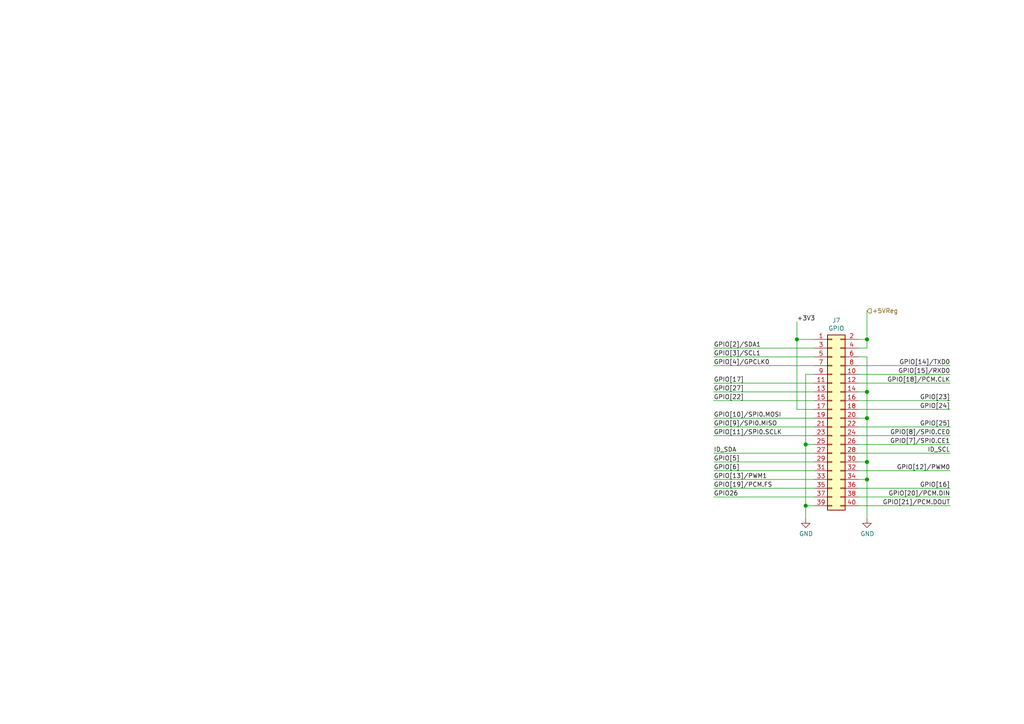
<source format=kicad_sch>
(kicad_sch (version 20230121) (generator eeschema)
  (paper "A4")
  (title_block (rev "V2") (company "University of Cape Town") (comment 1 "Author: Sarah Tallack"))
  (lib_symbols
    (symbol "Connector_Generic:Conn_02x20_Odd_Even" (pin_names (offset 1.016) hide)
      (property "Reference" "J" (at 1.27 25.4 0))
      (property "Value" "Conn_02x20_Odd_Even" (at 1.27 -27.94 0))
      (symbol "Conn_02x20_Odd_Even_1_1"
        (rectangle (start -1.27 -25.273) (end 0 -25.527) (stroke (width 0.1524)))
        (rectangle (start -1.27 -22.733) (end 0 -22.987) (stroke (width 0.1524)))
        (rectangle (start -1.27 -20.193) (end 0 -20.447) (stroke (width 0.1524)))
        (rectangle (start -1.27 -17.653) (end 0 -17.907) (stroke (width 0.1524)))
        (rectangle (start -1.27 -15.113) (end 0 -15.367) (stroke (width 0.1524)))
        (rectangle (start -1.27 -12.573) (end 0 -12.827) (stroke (width 0.1524)))
        (rectangle (start -1.27 -10.033) (end 0 -10.287) (stroke (width 0.1524)))
        (rectangle (start -1.27 -7.493) (end 0 -7.747) (stroke (width 0.1524)))
        (rectangle (start -1.27 -4.953) (end 0 -5.207) (stroke (width 0.1524)))
        (rectangle (start -1.27 -2.413) (end 0 -2.667) (stroke (width 0.1524)))
        (rectangle (start -1.27 0.127) (end 0 -0.127) (stroke (width 0.1524)))
        (rectangle (start -1.27 2.667) (end 0 2.413) (stroke (width 0.1524)))
        (rectangle (start -1.27 5.207) (end 0 4.953) (stroke (width 0.1524)))
        (rectangle (start -1.27 7.747) (end 0 7.493) (stroke (width 0.1524)))
        (rectangle (start -1.27 10.287) (end 0 10.033) (stroke (width 0.1524)))
        (rectangle (start -1.27 12.827) (end 0 12.573) (stroke (width 0.1524)))
        (rectangle (start -1.27 15.367) (end 0 15.113) (stroke (width 0.1524)))
        (rectangle (start -1.27 17.907) (end 0 17.653) (stroke (width 0.1524)))
        (rectangle (start -1.27 20.447) (end 0 20.193) (stroke (width 0.1524)))
        (rectangle (start -1.27 22.987) (end 0 22.733) (stroke (width 0.1524)))
        (rectangle (start -1.27 24.13) (end 3.81 -26.67) (stroke (width 0.254)) (fill (type background)))
        (rectangle (start 3.81 -25.273) (end 2.54 -25.527) (stroke (width 0.1524)))
        (rectangle (start 3.81 -22.733) (end 2.54 -22.987) (stroke (width 0.1524)))
        (rectangle (start 3.81 -20.193) (end 2.54 -20.447) (stroke (width 0.1524)))
        (rectangle (start 3.81 -17.653) (end 2.54 -17.907) (stroke (width 0.1524)))
        (rectangle (start 3.81 -15.113) (end 2.54 -15.367) (stroke (width 0.1524)))
        (rectangle (start 3.81 -12.573) (end 2.54 -12.827) (stroke (width 0.1524)))
        (rectangle (start 3.81 -10.033) (end 2.54 -10.287) (stroke (width 0.1524)))
        (rectangle (start 3.81 -7.493) (end 2.54 -7.747) (stroke (width 0.1524)))
        (rectangle (start 3.81 -4.953) (end 2.54 -5.207) (stroke (width 0.1524)))
        (rectangle (start 3.81 -2.413) (end 2.54 -2.667) (stroke (width 0.1524)))
        (rectangle (start 3.81 0.127) (end 2.54 -0.127) (stroke (width 0.1524)))
        (rectangle (start 3.81 2.667) (end 2.54 2.413) (stroke (width 0.1524)))
        (rectangle (start 3.81 5.207) (end 2.54 4.953) (stroke (width 0.1524)))
        (rectangle (start 3.81 7.747) (end 2.54 7.493) (stroke (width 0.1524)))
        (rectangle (start 3.81 10.287) (end 2.54 10.033) (stroke (width 0.1524)))
        (rectangle (start 3.81 12.827) (end 2.54 12.573) (stroke (width 0.1524)))
        (rectangle (start 3.81 15.367) (end 2.54 15.113) (stroke (width 0.1524)))
        (rectangle (start 3.81 17.907) (end 2.54 17.653) (stroke (width 0.1524)))
        (rectangle (start 3.81 20.447) (end 2.54 20.193) (stroke (width 0.1524)))
        (rectangle (start 3.81 22.987) (end 2.54 22.733) (stroke (width 0.1524)))
        (pin passive line (at -5.08 22.86 0) (length 3.81) (name "Pin_1") (number "1"))
        (pin passive line (at 7.62 12.7 180) (length 3.81) (name "Pin_10") (number "10"))
        (pin passive line (at -5.08 10.16 0) (length 3.81) (name "Pin_11") (number "11"))
        (pin passive line (at 7.62 10.16 180) (length 3.81) (name "Pin_12") (number "12"))
        (pin passive line (at -5.08 7.62 0) (length 3.81) (name "Pin_13") (number "13"))
        (pin passive line (at 7.62 7.62 180) (length 3.81) (name "Pin_14") (number "14"))
        (pin passive line (at -5.08 5.08 0) (length 3.81) (name "Pin_15") (number "15"))
        (pin passive line (at 7.62 5.08 180) (length 3.81) (name "Pin_16") (number "16"))
        (pin passive line (at -5.08 2.54 0) (length 3.81) (name "Pin_17") (number "17"))
        (pin passive line (at 7.62 2.54 180) (length 3.81) (name "Pin_18") (number "18"))
        (pin passive line (at -5.08 0 0) (length 3.81) (name "Pin_19") (number "19"))
        (pin passive line (at 7.62 22.86 180) (length 3.81) (name "Pin_2") (number "2"))
        (pin passive line (at 7.62 0 180) (length 3.81) (name "Pin_20") (number "20"))
        (pin passive line (at -5.08 -2.54 0) (length 3.81) (name "Pin_21") (number "21"))
        (pin passive line (at 7.62 -2.54 180) (length 3.81) (name "Pin_22") (number "22"))
        (pin passive line (at -5.08 -5.08 0) (length 3.81) (name "Pin_23") (number "23"))
        (pin passive line (at 7.62 -5.08 180) (length 3.81) (name "Pin_24") (number "24"))
        (pin passive line (at -5.08 -7.62 0) (length 3.81) (name "Pin_25") (number "25"))
        (pin passive line (at 7.62 -7.62 180) (length 3.81) (name "Pin_26") (number "26"))
        (pin passive line (at -5.08 -10.16 0) (length 3.81) (name "Pin_27") (number "27"))
        (pin passive line (at 7.62 -10.16 180) (length 3.81) (name "Pin_28") (number "28"))
        (pin passive line (at -5.08 -12.7 0) (length 3.81) (name "Pin_29") (number "29"))
        (pin passive line (at -5.08 20.32 0) (length 3.81) (name "Pin_3") (number "3"))
        (pin passive line (at 7.62 -12.7 180) (length 3.81) (name "Pin_30") (number "30"))
        (pin passive line (at -5.08 -15.24 0) (length 3.81) (name "Pin_31") (number "31"))
        (pin passive line (at 7.62 -15.24 180) (length 3.81) (name "Pin_32") (number "32"))
        (pin passive line (at -5.08 -17.78 0) (length 3.81) (name "Pin_33") (number "33"))
        (pin passive line (at 7.62 -17.78 180) (length 3.81) (name "Pin_34") (number "34"))
        (pin passive line (at -5.08 -20.32 0) (length 3.81) (name "Pin_35") (number "35"))
        (pin passive line (at 7.62 -20.32 180) (length 3.81) (name "Pin_36") (number "36"))
        (pin passive line (at -5.08 -22.86 0) (length 3.81) (name "Pin_37") (number "37"))
        (pin passive line (at 7.62 -22.86 180) (length 3.81) (name "Pin_38") (number "38"))
        (pin passive line (at -5.08 -25.4 0) (length 3.81) (name "Pin_39") (number "39"))
        (pin passive line (at 7.62 20.32 180) (length 3.81) (name "Pin_4") (number "4"))
        (pin passive line (at 7.62 -25.4 180) (length 3.81) (name "Pin_40") (number "40"))
        (pin passive line (at -5.08 17.78 0) (length 3.81) (name "Pin_5") (number "5"))
        (pin passive line (at 7.62 17.78 180) (length 3.81) (name "Pin_6") (number "6"))
        (pin passive line (at -5.08 15.24 0) (length 3.81) (name "Pin_7") (number "7"))
        (pin passive line (at 7.62 15.24 180) (length 3.81) (name "Pin_8") (number "8"))
        (pin passive line (at -5.08 12.7 0) (length 3.81) (name "Pin_9") (number "9"))
      )
    )
    (symbol "power:GND" (power) (pin_names (offset 0))
      (property "Value" "GND" (at 0 -3.81 0))
      (symbol "GND_0_1"
        (polyline (pts (xy 0 0) (xy 0 -1.27) (xy 1.27 -1.27) (xy 0 -2.54) (xy -1.27 -1.27) (xy 0 -1.27)))
      )
      (symbol "GND_1_1"
        (pin power_in line (at 0 0 270) (length 0) hide (name "GND") (number "1"))
      )
    )
  )
  (junction (at 231.14 98.425) (diameter 1.016))
  (junction (at 233.68 146.685) (diameter 1.016))
  (junction (at 251.46 121.285) (diameter 1.016))
  (junction (at 233.68 128.905) (diameter 1.016))
  (junction (at 251.46 133.985) (diameter 1.016))
  (junction (at 251.46 98.425) (diameter 1.016))
  (junction (at 251.46 113.665) (diameter 1.016))
  (junction (at 251.46 139.065) (diameter 1.016))
  (wire (pts (xy 251.46 139.065) (xy 251.46 150.495)))
  (wire (pts (xy 207.01 113.665) (xy 236.22 113.665)))
  (wire (pts (xy 233.68 146.685) (xy 233.68 150.495)))
  (wire (pts (xy 233.68 108.585) (xy 236.22 108.585)))
  (wire (pts (xy 248.92 126.365) (xy 275.59 126.365)))
  (wire (pts (xy 251.46 139.065) (xy 248.92 139.065)))
  (wire (pts (xy 248.92 144.145) (xy 275.59 144.145)))
  (wire (pts (xy 248.92 136.525) (xy 275.59 136.525)))
  (wire (pts (xy 248.92 141.605) (xy 275.59 141.605)))
  (wire (pts (xy 251.46 90.17) (xy 251.46 98.425)))
  (wire (pts (xy 251.46 98.425) (xy 248.92 98.425)))
  (wire (pts (xy 233.68 108.585) (xy 233.68 128.905)))
  (wire (pts (xy 248.92 111.125) (xy 275.59 111.125)))
  (wire (pts (xy 233.68 128.905) (xy 233.68 146.685)))
  (wire (pts (xy 207.01 144.145) (xy 236.22 144.145)))
  (wire (pts (xy 236.22 131.445) (xy 207.01 131.445)))
  (wire (pts (xy 207.01 141.605) (xy 236.22 141.605)))
  (wire (pts (xy 248.92 106.045) (xy 275.59 106.045)))
  (wire (pts (xy 248.92 128.905) (xy 275.59 128.905)))
  (wire (pts (xy 207.01 126.365) (xy 236.22 126.365)))
  (wire (pts (xy 236.22 121.285) (xy 207.01 121.285)))
  (wire (pts (xy 251.46 103.505) (xy 248.92 103.505)))
  (wire (pts (xy 248.92 123.825) (xy 275.59 123.825)))
  (wire (pts (xy 231.14 98.425) (xy 231.14 118.745)))
  (wire (pts (xy 207.01 133.985) (xy 236.22 133.985)))
  (wire (pts (xy 248.92 108.585) (xy 275.59 108.585)))
  (wire (pts (xy 236.22 139.065) (xy 207.01 139.065)))
  (wire (pts (xy 251.46 113.665) (xy 248.92 113.665)))
  (wire (pts (xy 251.46 98.425) (xy 251.46 100.965)))
  (wire (pts (xy 251.46 121.285) (xy 251.46 133.985)))
  (wire (pts (xy 207.01 123.825) (xy 236.22 123.825)))
  (wire (pts (xy 231.14 98.425) (xy 236.22 98.425)))
  (wire (pts (xy 251.46 113.665) (xy 251.46 121.285)))
  (wire (pts (xy 236.22 100.965) (xy 207.01 100.965)))
  (wire (pts (xy 248.92 131.445) (xy 275.59 131.445)))
  (wire (pts (xy 231.14 93.345) (xy 231.14 98.425)))
  (wire (pts (xy 231.14 118.745) (xy 236.22 118.745)))
  (wire (pts (xy 207.01 116.205) (xy 236.22 116.205)))
  (wire (pts (xy 248.92 116.205) (xy 275.59 116.205)))
  (wire (pts (xy 251.46 100.965) (xy 248.92 100.965)))
  (wire (pts (xy 233.68 128.905) (xy 236.22 128.905)))
  (wire (pts (xy 251.46 121.285) (xy 248.92 121.285)))
  (wire (pts (xy 251.46 133.985) (xy 248.92 133.985)))
  (wire (pts (xy 207.01 136.525) (xy 236.22 136.525)))
  (wire (pts (xy 251.46 103.505) (xy 251.46 113.665)))
  (wire (pts (xy 207.01 106.045) (xy 236.22 106.045)))
  (wire (pts (xy 207.01 103.505) (xy 236.22 103.505)))
  (wire (pts (xy 236.22 111.125) (xy 207.01 111.125)))
  (wire (pts (xy 248.92 146.685) (xy 275.59 146.685)))
  (wire (pts (xy 233.68 146.685) (xy 236.22 146.685)))
  (wire (pts (xy 251.46 133.985) (xy 251.46 139.065)))
  (wire (pts (xy 248.92 118.745) (xy 275.59 118.745)))
  (label "GPIO[19]{slash}PCM.FS" (at 207.01 141.605 0))
  (label "GPIO[20]{slash}PCM.DIN" (at 275.59 144.145 180))
  (label "GPIO[13]{slash}PWM1" (at 207.01 139.065 0))
  (label "ID_SDA" (at 207.01 131.445 0))
  (label "GPIO[2]{slash}SDA1" (at 207.01 100.965 0))
  (label "GPIO[4]{slash}GPCLK0" (at 207.01 106.045 0))
  (label "GPIO[16]" (at 275.59 141.605 180))
  (label "GPIO[7]{slash}SPI0.CE1" (at 275.59 128.905 180))
  (label "GPIO[11]{slash}SPI0.SCLK" (at 207.01 126.365 0))
  (label "GPIO[24]" (at 275.59 118.745 180))
  (label "GPIO[6]" (at 207.01 136.525 0))
  (label "GPIO[14]{slash}TXD0" (at 275.59 106.045 180))
  (label "GPIO[25]" (at 275.59 123.825 180))
  (label "GPIO[21]{slash}PCM.DOUT" (at 275.59 146.685 180))
  (label "GPIO[3]{slash}SCL1" (at 207.01 103.505 0))
  (label "GPIO[10]{slash}SPI0.MOSI" (at 207.01 121.285 0))
  (label "GPIO[27]" (at 207.01 113.665 0))
  (label "GPIO[18]{slash}PCM.CLK" (at 275.59 111.125 180))
  (label "ID_SCL" (at 275.59 131.445 180))
  (label "GPIO[12]{slash}PWM0" (at 275.59 136.525 180))
  (label "GPIO[22]" (at 207.01 116.205 0))
  (label "GPIO[17]" (at 207.01 111.125 0))
  (label "+3V3" (at 231.14 93.345 0))
  (label "GPIO[8]{slash}SPI0.CE0" (at 275.59 126.365 180))
  (label "GPIO[9]{slash}SPI0.MISO" (at 207.01 123.825 0))
  (label "GPIO26" (at 207.01 144.145 0))
  (label "GPIO[23]" (at 275.59 116.205 180))
  (label "GPIO[15]{slash}RXD0" (at 275.59 108.585 180))
  (label "GPIO[5]" (at 207.01 133.985 0))
  (hierarchical_label "+5VReg" (shape input) (at 251.46 90.17 0))
  (symbol (lib_id "Connector_Generic:Conn_02x20_Odd_Even") (at 241.3 121.285 0) (unit 1)
    (property "Reference" "J7" (at 242.57 92.9448 0))
    (property "Value" "GPIO" (at 242.57 95.25 0))
    (property "Footprint" "Connector_PinSocket_2.54mm:PinSocket_2x20_P2.54mm_Vertical" (effects hide))
    (property "Populate" "No" (effects hide))
  )
  (symbol (lib_id "power:GND") (at 251.46 150.495 0) (unit 1)
    (property "Reference" "#PWR0105" (effects hide))
    (property "Value" "GND" (at 251.5743 154.8194 0))
  )
  (symbol (lib_id "power:GND") (at 233.68 150.495 0) (unit 1)
    (property "Reference" "#PWR0104" (effects hide))
    (property "Value" "GND" (at 233.7943 154.8194 0))
  )
)
</source>
